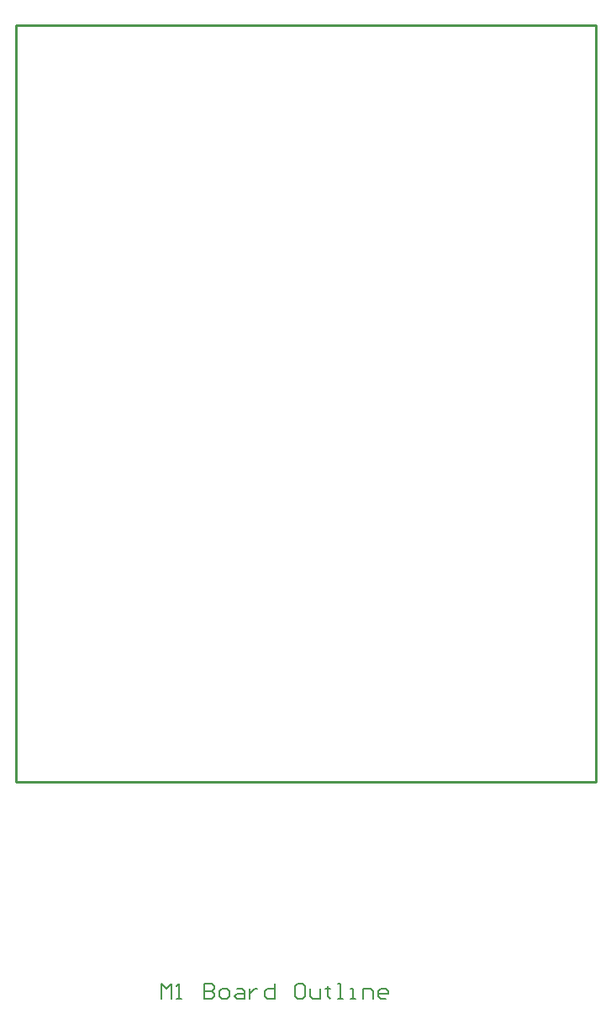
<source format=gm1>
%FSLAX25Y25*%
%MOIN*%
G70*
G01*
G75*
G04 Layer_Color=11296232*
G04:AMPARAMS|DCode=10|XSize=88.58mil|YSize=76.77mil|CornerRadius=0mil|HoleSize=0mil|Usage=FLASHONLY|Rotation=225.000|XOffset=0mil|YOffset=0mil|HoleType=Round|Shape=Rectangle|*
%AMROTATEDRECTD10*
4,1,4,0.00418,0.05846,0.05846,0.00418,-0.00418,-0.05846,-0.05846,-0.00418,0.00418,0.05846,0.0*
%
%ADD10ROTATEDRECTD10*%

%ADD11O,0.06693X0.01378*%
%ADD12R,0.03937X0.03740*%
%ADD13R,0.03740X0.03937*%
%ADD14R,0.04921X0.07087*%
%ADD15O,0.00984X0.03740*%
%ADD16O,0.03740X0.00984*%
%ADD17R,0.06535X0.06535*%
%ADD18R,0.07441X0.06181*%
%ADD19O,0.01772X0.07874*%
%ADD20R,0.04331X0.02559*%
%ADD21C,0.03937*%
%ADD22R,0.03543X0.01575*%
%ADD23R,0.11024X0.07874*%
%ADD24R,0.11024X0.11024*%
%ADD25R,0.11024X0.08661*%
%ADD26C,0.01000*%
%ADD27C,0.01500*%
%ADD28C,0.01200*%
%ADD29C,0.01800*%
%ADD30C,0.06000*%
%ADD31R,0.06000X0.06000*%
%ADD32C,0.07874*%
%ADD33C,0.02953*%
%ADD34C,0.05118*%
%ADD35R,0.06496X0.06496*%
%ADD36C,0.06496*%
%ADD37C,0.02000*%
%ADD38C,0.00600*%
%ADD39C,0.00984*%
%ADD40C,0.00700*%
%ADD41C,0.00050*%
%ADD42C,0.00787*%
G04:AMPARAMS|DCode=43|XSize=94.58mil|YSize=82.77mil|CornerRadius=0mil|HoleSize=0mil|Usage=FLASHONLY|Rotation=225.000|XOffset=0mil|YOffset=0mil|HoleType=Round|Shape=Rectangle|*
%AMROTATEDRECTD43*
4,1,4,0.00418,0.06270,0.06270,0.00418,-0.00418,-0.06270,-0.06270,-0.00418,0.00418,0.06270,0.0*
%
%ADD43ROTATEDRECTD43*%

%ADD44O,0.07293X0.01978*%
%ADD45R,0.04537X0.04340*%
%ADD46R,0.04340X0.04537*%
%ADD47R,0.05521X0.07687*%
%ADD48O,0.01584X0.04340*%
%ADD49O,0.04340X0.01584*%
%ADD50R,0.07135X0.07135*%
%ADD51R,0.08041X0.06781*%
%ADD52O,0.02372X0.08474*%
%ADD53R,0.04931X0.03159*%
%ADD54C,0.07874*%
%ADD55R,0.04143X0.02175*%
%ADD56R,0.11624X0.08474*%
%ADD57R,0.11624X0.11624*%
%ADD58R,0.11624X0.09261*%
%ADD59C,0.06600*%
%ADD60R,0.06600X0.06600*%
%ADD61C,0.08474*%
%ADD62C,0.03553*%
%ADD63C,0.05718*%
%ADD64C,0.00600*%
%ADD65R,0.07096X0.07096*%
%ADD66C,0.07096*%
%ADD67C,0.00800*%
%ADD68C,0.00200*%
D26*
X0Y0D02*
X230000D01*
Y300000D01*
X0D02*
X230000D01*
X0Y0D02*
Y300000D01*
D67*
X57700Y-85849D02*
Y-79851D01*
X59699Y-81851D01*
X61699Y-79851D01*
Y-85849D01*
X63698D02*
X65697D01*
X64698D01*
Y-79851D01*
X63698Y-80851D01*
X74695Y-79851D02*
Y-85849D01*
X77693D01*
X78693Y-84850D01*
Y-83850D01*
X77693Y-82850D01*
X74695D01*
X77693D01*
X78693Y-81851D01*
Y-80851D01*
X77693Y-79851D01*
X74695D01*
X81692Y-85849D02*
X83692D01*
X84691Y-84850D01*
Y-82850D01*
X83692Y-81851D01*
X81692D01*
X80693Y-82850D01*
Y-84850D01*
X81692Y-85849D01*
X87690Y-81851D02*
X89690D01*
X90689Y-82850D01*
Y-85849D01*
X87690D01*
X86691Y-84850D01*
X87690Y-83850D01*
X90689D01*
X92689Y-81851D02*
Y-85849D01*
Y-83850D01*
X93688Y-82850D01*
X94688Y-81851D01*
X95688D01*
X102685Y-79851D02*
Y-85849D01*
X99686D01*
X98687Y-84850D01*
Y-82850D01*
X99686Y-81851D01*
X102685D01*
X113682Y-79851D02*
X111682D01*
X110683Y-80851D01*
Y-84850D01*
X111682Y-85849D01*
X113682D01*
X114682Y-84850D01*
Y-80851D01*
X113682Y-79851D01*
X116681Y-81851D02*
Y-84850D01*
X117681Y-85849D01*
X120680D01*
Y-81851D01*
X123679Y-80851D02*
Y-81851D01*
X122679D01*
X124678D01*
X123679D01*
Y-84850D01*
X124678Y-85849D01*
X127677D02*
X129677D01*
X128677D01*
Y-79851D01*
X127677D01*
X132676Y-85849D02*
X134675D01*
X133675D01*
Y-81851D01*
X132676D01*
X137674Y-85849D02*
Y-81851D01*
X140673D01*
X141673Y-82850D01*
Y-85849D01*
X146671D02*
X144672D01*
X143672Y-84850D01*
Y-82850D01*
X144672Y-81851D01*
X146671D01*
X147671Y-82850D01*
Y-83850D01*
X143672D01*
M02*

</source>
